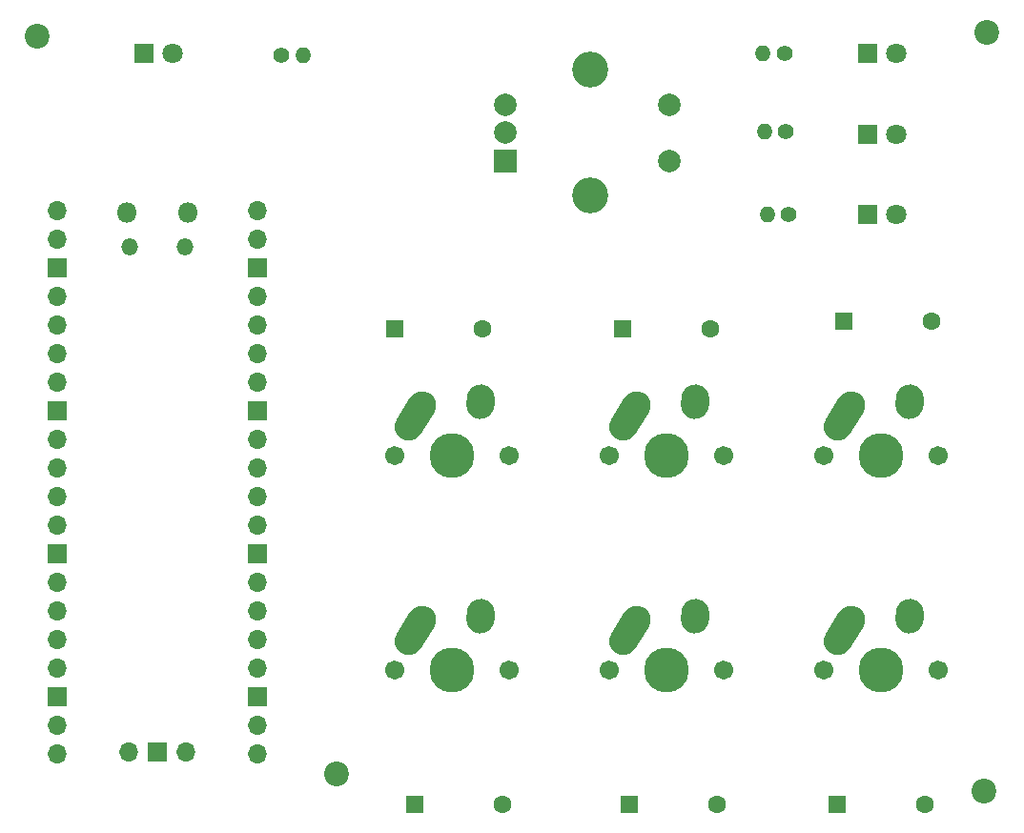
<source format=gbs>
%TF.GenerationSoftware,KiCad,Pcbnew,(5.1.9)-1*%
%TF.CreationDate,2021-02-07T17:12:48-05:00*%
%TF.ProjectId,MacroBoard,4d616372-6f42-46f6-9172-642e6b696361,rev?*%
%TF.SameCoordinates,Original*%
%TF.FileFunction,Soldermask,Bot*%
%TF.FilePolarity,Negative*%
%FSLAX46Y46*%
G04 Gerber Fmt 4.6, Leading zero omitted, Abs format (unit mm)*
G04 Created by KiCad (PCBNEW (5.1.9)-1) date 2021-02-07 17:12:48*
%MOMM*%
%LPD*%
G01*
G04 APERTURE LIST*
%ADD10C,2.200000*%
%ADD11O,1.700000X1.700000*%
%ADD12R,1.700000X1.700000*%
%ADD13O,1.800000X1.800000*%
%ADD14O,1.500000X1.500000*%
%ADD15C,1.800000*%
%ADD16R,1.800000X1.800000*%
%ADD17R,1.600000X1.600000*%
%ADD18C,1.600000*%
%ADD19C,1.701800*%
%ADD20C,3.987800*%
%ADD21O,1.400000X1.400000*%
%ADD22C,1.400000*%
%ADD23C,2.000000*%
%ADD24C,3.200000*%
%ADD25R,2.000000X2.000000*%
G04 APERTURE END LIST*
D10*
%TO.C, *%
X194900000Y-103630000D03*
%TD*%
%TO.C,  *%
X137410000Y-102080000D03*
%TD*%
%TO.C, *%
X110750000Y-36520000D03*
%TD*%
%TO.C, *%
X195140000Y-36190000D03*
%TD*%
D11*
%TO.C,U1*%
X112553750Y-52070000D03*
X112553750Y-54610000D03*
D12*
X112553750Y-57150000D03*
D11*
X112553750Y-59690000D03*
X112553750Y-62230000D03*
X112553750Y-64770000D03*
X112553750Y-67310000D03*
D12*
X112553750Y-69850000D03*
D11*
X112553750Y-72390000D03*
X112553750Y-74930000D03*
X112553750Y-77470000D03*
X112553750Y-80010000D03*
D12*
X112553750Y-82550000D03*
D11*
X112553750Y-85090000D03*
X112553750Y-87630000D03*
X112553750Y-90170000D03*
X112553750Y-92710000D03*
D12*
X112553750Y-95250000D03*
D11*
X112553750Y-97790000D03*
X112553750Y-100330000D03*
X130333750Y-100330000D03*
X130333750Y-97790000D03*
D12*
X130333750Y-95250000D03*
D11*
X130333750Y-92710000D03*
X130333750Y-90170000D03*
X130333750Y-87630000D03*
X130333750Y-85090000D03*
D12*
X130333750Y-82550000D03*
D11*
X130333750Y-80010000D03*
X130333750Y-77470000D03*
X130333750Y-74930000D03*
X130333750Y-72390000D03*
D12*
X130333750Y-69850000D03*
D11*
X130333750Y-67310000D03*
X130333750Y-64770000D03*
X130333750Y-62230000D03*
X130333750Y-59690000D03*
D12*
X130333750Y-57150000D03*
D11*
X130333750Y-54610000D03*
X130333750Y-52070000D03*
D13*
X118718750Y-52200000D03*
X124168750Y-52200000D03*
D14*
X119018750Y-55230000D03*
X123868750Y-55230000D03*
D11*
X118903750Y-100100000D03*
D12*
X121443750Y-100100000D03*
D11*
X123983750Y-100100000D03*
%TD*%
D15*
%TO.C,D1*%
X187087030Y-52387500D03*
D16*
X184547030Y-52387500D03*
%TD*%
%TO.C,D2*%
X184547030Y-45243788D03*
D15*
X187087030Y-45243788D03*
%TD*%
%TO.C,D3*%
X187087030Y-38100000D03*
D16*
X184547030Y-38100000D03*
%TD*%
%TO.C,D4*%
X120253226Y-38100032D03*
D15*
X122793226Y-38100032D03*
%TD*%
D17*
%TO.C,D5*%
X182432969Y-61912552D03*
D18*
X190232969Y-61912552D03*
%TD*%
D17*
%TO.C,D6*%
X162787640Y-62507865D03*
D18*
X170587640Y-62507865D03*
%TD*%
%TO.C,D7*%
X189637656Y-104775088D03*
D17*
X181837656Y-104775088D03*
%TD*%
D18*
%TO.C,D8*%
X152132937Y-104775088D03*
D17*
X144332937Y-104775088D03*
%TD*%
D18*
%TO.C,D9*%
X171182953Y-104775088D03*
D17*
X163382953Y-104775088D03*
%TD*%
%TO.C,D10*%
X142546998Y-62507865D03*
D18*
X150346998Y-62507865D03*
%TD*%
%TO.C,K1*%
G36*
G01*
X167940671Y-69233059D02*
X167980119Y-68654403D01*
G75*
G02*
X169312243Y-67492317I1247105J-85019D01*
G01*
X169312243Y-67492317D01*
G75*
G02*
X170474329Y-68824441I-85019J-1247105D01*
G01*
X170434881Y-69403097D01*
G75*
G02*
X169102757Y-70565183I-1247105J85019D01*
G01*
X169102757Y-70565183D01*
G75*
G02*
X167940671Y-69233059I85019J1247105D01*
G01*
G37*
G36*
G01*
X161773799Y-70575940D02*
X162982723Y-68678310D01*
G75*
G02*
X164708587Y-68295696I1054239J-671625D01*
G01*
X164708587Y-68295696D01*
G75*
G02*
X165091201Y-70021560I-671625J-1054239D01*
G01*
X163882277Y-71919190D01*
G75*
G02*
X162156413Y-72301804I-1054239J671625D01*
G01*
X162156413Y-72301804D01*
G75*
G02*
X161773799Y-70575940I671625J1054239D01*
G01*
G37*
D19*
X171767500Y-73818750D03*
X161607500Y-73818750D03*
D20*
X166687500Y-73818750D03*
%TD*%
%TO.C,K2*%
G36*
G01*
X186990671Y-88283059D02*
X187030119Y-87704403D01*
G75*
G02*
X188362243Y-86542317I1247105J-85019D01*
G01*
X188362243Y-86542317D01*
G75*
G02*
X189524329Y-87874441I-85019J-1247105D01*
G01*
X189484881Y-88453097D01*
G75*
G02*
X188152757Y-89615183I-1247105J85019D01*
G01*
X188152757Y-89615183D01*
G75*
G02*
X186990671Y-88283059I85019J1247105D01*
G01*
G37*
G36*
G01*
X180823799Y-89625940D02*
X182032723Y-87728310D01*
G75*
G02*
X183758587Y-87345696I1054239J-671625D01*
G01*
X183758587Y-87345696D01*
G75*
G02*
X184141201Y-89071560I-671625J-1054239D01*
G01*
X182932277Y-90969190D01*
G75*
G02*
X181206413Y-91351804I-1054239J671625D01*
G01*
X181206413Y-91351804D01*
G75*
G02*
X180823799Y-89625940I671625J1054239D01*
G01*
G37*
D19*
X190817500Y-92868750D03*
X180657500Y-92868750D03*
D20*
X185737500Y-92868750D03*
%TD*%
%TO.C,K3*%
X147637500Y-92868750D03*
D19*
X142557500Y-92868750D03*
X152717500Y-92868750D03*
G36*
G01*
X142723799Y-89625940D02*
X143932723Y-87728310D01*
G75*
G02*
X145658587Y-87345696I1054239J-671625D01*
G01*
X145658587Y-87345696D01*
G75*
G02*
X146041201Y-89071560I-671625J-1054239D01*
G01*
X144832277Y-90969190D01*
G75*
G02*
X143106413Y-91351804I-1054239J671625D01*
G01*
X143106413Y-91351804D01*
G75*
G02*
X142723799Y-89625940I671625J1054239D01*
G01*
G37*
G36*
G01*
X148890671Y-88283059D02*
X148930119Y-87704403D01*
G75*
G02*
X150262243Y-86542317I1247105J-85019D01*
G01*
X150262243Y-86542317D01*
G75*
G02*
X151424329Y-87874441I-85019J-1247105D01*
G01*
X151384881Y-88453097D01*
G75*
G02*
X150052757Y-89615183I-1247105J85019D01*
G01*
X150052757Y-89615183D01*
G75*
G02*
X148890671Y-88283059I85019J1247105D01*
G01*
G37*
%TD*%
D20*
%TO.C,K4*%
X166687500Y-92868750D03*
D19*
X161607500Y-92868750D03*
X171767500Y-92868750D03*
G36*
G01*
X161773799Y-89625940D02*
X162982723Y-87728310D01*
G75*
G02*
X164708587Y-87345696I1054239J-671625D01*
G01*
X164708587Y-87345696D01*
G75*
G02*
X165091201Y-89071560I-671625J-1054239D01*
G01*
X163882277Y-90969190D01*
G75*
G02*
X162156413Y-91351804I-1054239J671625D01*
G01*
X162156413Y-91351804D01*
G75*
G02*
X161773799Y-89625940I671625J1054239D01*
G01*
G37*
G36*
G01*
X167940671Y-88283059D02*
X167980119Y-87704403D01*
G75*
G02*
X169312243Y-86542317I1247105J-85019D01*
G01*
X169312243Y-86542317D01*
G75*
G02*
X170474329Y-87874441I-85019J-1247105D01*
G01*
X170434881Y-88453097D01*
G75*
G02*
X169102757Y-89615183I-1247105J85019D01*
G01*
X169102757Y-89615183D01*
G75*
G02*
X167940671Y-88283059I85019J1247105D01*
G01*
G37*
%TD*%
%TO.C,K5*%
G36*
G01*
X148890671Y-69233059D02*
X148930119Y-68654403D01*
G75*
G02*
X150262243Y-67492317I1247105J-85019D01*
G01*
X150262243Y-67492317D01*
G75*
G02*
X151424329Y-68824441I-85019J-1247105D01*
G01*
X151384881Y-69403097D01*
G75*
G02*
X150052757Y-70565183I-1247105J85019D01*
G01*
X150052757Y-70565183D01*
G75*
G02*
X148890671Y-69233059I85019J1247105D01*
G01*
G37*
G36*
G01*
X142723799Y-70575940D02*
X143932723Y-68678310D01*
G75*
G02*
X145658587Y-68295696I1054239J-671625D01*
G01*
X145658587Y-68295696D01*
G75*
G02*
X146041201Y-70021560I-671625J-1054239D01*
G01*
X144832277Y-71919190D01*
G75*
G02*
X143106413Y-72301804I-1054239J671625D01*
G01*
X143106413Y-72301804D01*
G75*
G02*
X142723799Y-70575940I671625J1054239D01*
G01*
G37*
X152717500Y-73818750D03*
X142557500Y-73818750D03*
D20*
X147637500Y-73818750D03*
%TD*%
%TO.C,K?1*%
X185737500Y-73818750D03*
D19*
X180657500Y-73818750D03*
X190817500Y-73818750D03*
G36*
G01*
X180823799Y-70575940D02*
X182032723Y-68678310D01*
G75*
G02*
X183758587Y-68295696I1054239J-671625D01*
G01*
X183758587Y-68295696D01*
G75*
G02*
X184141201Y-70021560I-671625J-1054239D01*
G01*
X182932277Y-71919190D01*
G75*
G02*
X181206413Y-72301804I-1054239J671625D01*
G01*
X181206413Y-72301804D01*
G75*
G02*
X180823799Y-70575940I671625J1054239D01*
G01*
G37*
G36*
G01*
X186990671Y-69233059D02*
X187030119Y-68654403D01*
G75*
G02*
X188362243Y-67492317I1247105J-85019D01*
G01*
X188362243Y-67492317D01*
G75*
G02*
X189524329Y-68824441I-85019J-1247105D01*
G01*
X189484881Y-69403097D01*
G75*
G02*
X188152757Y-70565183I-1247105J85019D01*
G01*
X188152757Y-70565183D01*
G75*
G02*
X186990671Y-69233059I85019J1247105D01*
G01*
G37*
%TD*%
D21*
%TO.C,R1*%
X175600000Y-52387544D03*
D22*
X177500000Y-52387544D03*
%TD*%
%TO.C,R2*%
X177250000Y-45000000D03*
D21*
X175350000Y-45000000D03*
%TD*%
%TO.C,R3*%
X175250000Y-38100032D03*
D22*
X177150000Y-38100032D03*
%TD*%
%TO.C,R4*%
X132500000Y-38250000D03*
D21*
X134400000Y-38250000D03*
%TD*%
D23*
%TO.C,SW1*%
X166900128Y-42625040D03*
X166900128Y-47625040D03*
D24*
X159900128Y-39525040D03*
X159900128Y-50725040D03*
D23*
X152400128Y-42625040D03*
X152400128Y-45125040D03*
D25*
X152400128Y-47625040D03*
%TD*%
M02*

</source>
